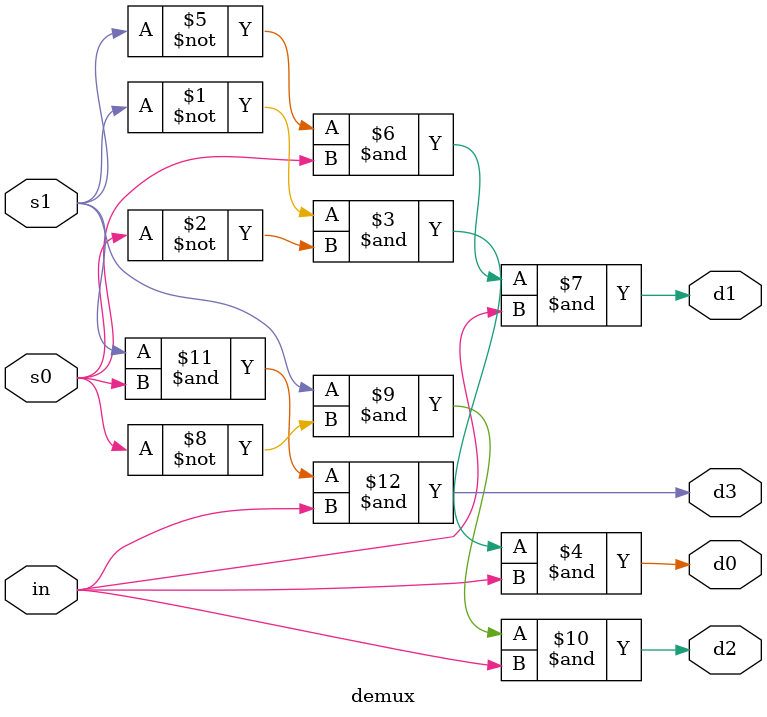
<source format=v>
`timescale 1ns / 1ps


module demux(d0, d1, d2, d3, in, s1, s0 );
input in, s1, s0;
output d0,d1, d2, d3;

assign d0 = (~s1)&(~s0)&in;
assign d1 = (~s1)&(s0)&in;
assign d2 = (s1)&(~s0)&in;
assign d3 = (s1)&(s0)&in;
endmodule

</source>
